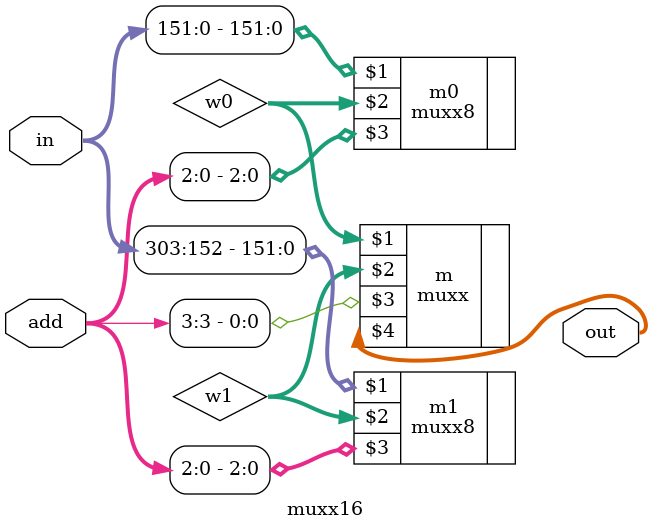
<source format=v>
`timescale 1ns / 1ps


module muxx16(
    input [303:0] in,//edit
    output [18:0] out,
    input [3:0] add//edit
    );
    wire [18:0] w0;
    wire [18:0] w1;
    muxx8 m0(in[151:0],w0,add[2:0]);//edit range, add
    muxx8 m1(in[303:152],w1,add[2:0]);//edit range,add
    muxx m(w0,w1,add[3],out);//edit add
endmodule

</source>
